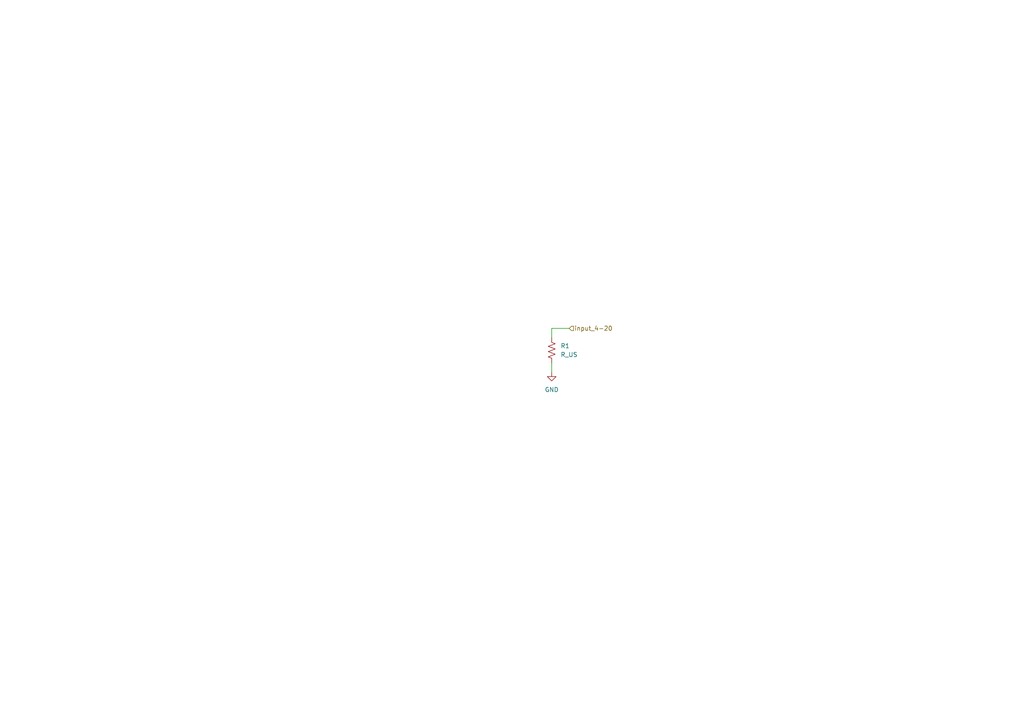
<source format=kicad_sch>
(kicad_sch
	(version 20250114)
	(generator "eeschema")
	(generator_version "9.0")
	(uuid "f6ca20ad-9b52-40d6-bec2-8b373ff653d4")
	(paper "A4")
	(lib_symbols
		(symbol "Device:R_US"
			(pin_numbers
				(hide yes)
			)
			(pin_names
				(offset 0)
			)
			(exclude_from_sim no)
			(in_bom yes)
			(on_board yes)
			(property "Reference" "R"
				(at 2.54 0 90)
				(effects
					(font
						(size 1.27 1.27)
					)
				)
			)
			(property "Value" "R_US"
				(at -2.54 0 90)
				(effects
					(font
						(size 1.27 1.27)
					)
				)
			)
			(property "Footprint" ""
				(at 1.016 -0.254 90)
				(effects
					(font
						(size 1.27 1.27)
					)
					(hide yes)
				)
			)
			(property "Datasheet" "~"
				(at 0 0 0)
				(effects
					(font
						(size 1.27 1.27)
					)
					(hide yes)
				)
			)
			(property "Description" "Resistor, US symbol"
				(at 0 0 0)
				(effects
					(font
						(size 1.27 1.27)
					)
					(hide yes)
				)
			)
			(property "ki_keywords" "R res resistor"
				(at 0 0 0)
				(effects
					(font
						(size 1.27 1.27)
					)
					(hide yes)
				)
			)
			(property "ki_fp_filters" "R_*"
				(at 0 0 0)
				(effects
					(font
						(size 1.27 1.27)
					)
					(hide yes)
				)
			)
			(symbol "R_US_0_1"
				(polyline
					(pts
						(xy 0 2.286) (xy 0 2.54)
					)
					(stroke
						(width 0)
						(type default)
					)
					(fill
						(type none)
					)
				)
				(polyline
					(pts
						(xy 0 2.286) (xy 1.016 1.905) (xy 0 1.524) (xy -1.016 1.143) (xy 0 0.762)
					)
					(stroke
						(width 0)
						(type default)
					)
					(fill
						(type none)
					)
				)
				(polyline
					(pts
						(xy 0 0.762) (xy 1.016 0.381) (xy 0 0) (xy -1.016 -0.381) (xy 0 -0.762)
					)
					(stroke
						(width 0)
						(type default)
					)
					(fill
						(type none)
					)
				)
				(polyline
					(pts
						(xy 0 -0.762) (xy 1.016 -1.143) (xy 0 -1.524) (xy -1.016 -1.905) (xy 0 -2.286)
					)
					(stroke
						(width 0)
						(type default)
					)
					(fill
						(type none)
					)
				)
				(polyline
					(pts
						(xy 0 -2.286) (xy 0 -2.54)
					)
					(stroke
						(width 0)
						(type default)
					)
					(fill
						(type none)
					)
				)
			)
			(symbol "R_US_1_1"
				(pin passive line
					(at 0 3.81 270)
					(length 1.27)
					(name "~"
						(effects
							(font
								(size 1.27 1.27)
							)
						)
					)
					(number "1"
						(effects
							(font
								(size 1.27 1.27)
							)
						)
					)
				)
				(pin passive line
					(at 0 -3.81 90)
					(length 1.27)
					(name "~"
						(effects
							(font
								(size 1.27 1.27)
							)
						)
					)
					(number "2"
						(effects
							(font
								(size 1.27 1.27)
							)
						)
					)
				)
			)
			(embedded_fonts no)
		)
		(symbol "power:GND"
			(power)
			(pin_numbers
				(hide yes)
			)
			(pin_names
				(offset 0)
				(hide yes)
			)
			(exclude_from_sim no)
			(in_bom yes)
			(on_board yes)
			(property "Reference" "#PWR"
				(at 0 -6.35 0)
				(effects
					(font
						(size 1.27 1.27)
					)
					(hide yes)
				)
			)
			(property "Value" "GND"
				(at 0 -3.81 0)
				(effects
					(font
						(size 1.27 1.27)
					)
				)
			)
			(property "Footprint" ""
				(at 0 0 0)
				(effects
					(font
						(size 1.27 1.27)
					)
					(hide yes)
				)
			)
			(property "Datasheet" ""
				(at 0 0 0)
				(effects
					(font
						(size 1.27 1.27)
					)
					(hide yes)
				)
			)
			(property "Description" "Power symbol creates a global label with name \"GND\" , ground"
				(at 0 0 0)
				(effects
					(font
						(size 1.27 1.27)
					)
					(hide yes)
				)
			)
			(property "ki_keywords" "global power"
				(at 0 0 0)
				(effects
					(font
						(size 1.27 1.27)
					)
					(hide yes)
				)
			)
			(symbol "GND_0_1"
				(polyline
					(pts
						(xy 0 0) (xy 0 -1.27) (xy 1.27 -1.27) (xy 0 -2.54) (xy -1.27 -1.27) (xy 0 -1.27)
					)
					(stroke
						(width 0)
						(type default)
					)
					(fill
						(type none)
					)
				)
			)
			(symbol "GND_1_1"
				(pin power_in line
					(at 0 0 270)
					(length 0)
					(name "~"
						(effects
							(font
								(size 1.27 1.27)
							)
						)
					)
					(number "1"
						(effects
							(font
								(size 1.27 1.27)
							)
						)
					)
				)
			)
			(embedded_fonts no)
		)
	)
	(wire
		(pts
			(xy 165.1 95.25) (xy 160.02 95.25)
		)
		(stroke
			(width 0)
			(type default)
		)
		(uuid "1491faff-ede9-48b7-b86f-692a8f715f09")
	)
	(wire
		(pts
			(xy 160.02 105.41) (xy 160.02 107.95)
		)
		(stroke
			(width 0)
			(type default)
		)
		(uuid "4a438cf4-1f00-4a7d-9aca-d20e3b0018f4")
	)
	(wire
		(pts
			(xy 160.02 95.25) (xy 160.02 97.79)
		)
		(stroke
			(width 0)
			(type default)
		)
		(uuid "6850b114-6721-44ab-9a38-2e05658ed290")
	)
	(hierarchical_label "input_4-20"
		(shape input)
		(at 165.1 95.25 0)
		(effects
			(font
				(size 1.27 1.27)
			)
			(justify left)
		)
		(uuid "43eaff1d-fba3-499e-8fa7-9db9d680f73e")
	)
	(symbol
		(lib_id "power:GND")
		(at 160.02 107.95 0)
		(unit 1)
		(exclude_from_sim no)
		(in_bom yes)
		(on_board yes)
		(dnp no)
		(fields_autoplaced yes)
		(uuid "6b4a5476-97e8-46ff-a55e-ede52716a361")
		(property "Reference" "#PWR013"
			(at 160.02 114.3 0)
			(effects
				(font
					(size 1.27 1.27)
				)
				(hide yes)
			)
		)
		(property "Value" "GND"
			(at 160.02 113.03 0)
			(effects
				(font
					(size 1.27 1.27)
				)
			)
		)
		(property "Footprint" ""
			(at 160.02 107.95 0)
			(effects
				(font
					(size 1.27 1.27)
				)
				(hide yes)
			)
		)
		(property "Datasheet" ""
			(at 160.02 107.95 0)
			(effects
				(font
					(size 1.27 1.27)
				)
				(hide yes)
			)
		)
		(property "Description" "Power symbol creates a global label with name \"GND\" , ground"
			(at 160.02 107.95 0)
			(effects
				(font
					(size 1.27 1.27)
				)
				(hide yes)
			)
		)
		(pin "1"
			(uuid "17aaa237-8290-462c-9f7a-806aafd47ee4")
		)
		(instances
			(project "NIVARA"
				(path "/e09284a3-0da6-4b1c-80d3-a52d405369d9/b46cdcb1-15cb-4562-89d5-6c513685d0bc/28ff048c-41e6-4806-9f08-c01d410b886a"
					(reference "#PWR013")
					(unit 1)
				)
			)
		)
	)
	(symbol
		(lib_id "Device:R_US")
		(at 160.02 101.6 0)
		(unit 1)
		(exclude_from_sim no)
		(in_bom yes)
		(on_board yes)
		(dnp no)
		(fields_autoplaced yes)
		(uuid "70053b33-fb0e-4ac1-8d84-09216212e0a1")
		(property "Reference" "R1"
			(at 162.56 100.3299 0)
			(effects
				(font
					(size 1.27 1.27)
				)
				(justify left)
			)
		)
		(property "Value" "R_US"
			(at 162.56 102.8699 0)
			(effects
				(font
					(size 1.27 1.27)
				)
				(justify left)
			)
		)
		(property "Footprint" "Resistor_SMD:R_0603_1608Metric"
			(at 161.036 101.854 90)
			(effects
				(font
					(size 1.27 1.27)
				)
				(hide yes)
			)
		)
		(property "Datasheet" "~"
			(at 160.02 101.6 0)
			(effects
				(font
					(size 1.27 1.27)
				)
				(hide yes)
			)
		)
		(property "Description" "Resistor, US symbol"
			(at 160.02 101.6 0)
			(effects
				(font
					(size 1.27 1.27)
				)
				(hide yes)
			)
		)
		(pin "1"
			(uuid "ada4f8f0-7083-4baf-8020-9834e391cc97")
		)
		(pin "2"
			(uuid "8eaf7987-09a6-47a3-a231-cdf148505b86")
		)
		(instances
			(project "NIVARA"
				(path "/e09284a3-0da6-4b1c-80d3-a52d405369d9/b46cdcb1-15cb-4562-89d5-6c513685d0bc/28ff048c-41e6-4806-9f08-c01d410b886a"
					(reference "R1")
					(unit 1)
				)
			)
		)
	)
)

</source>
